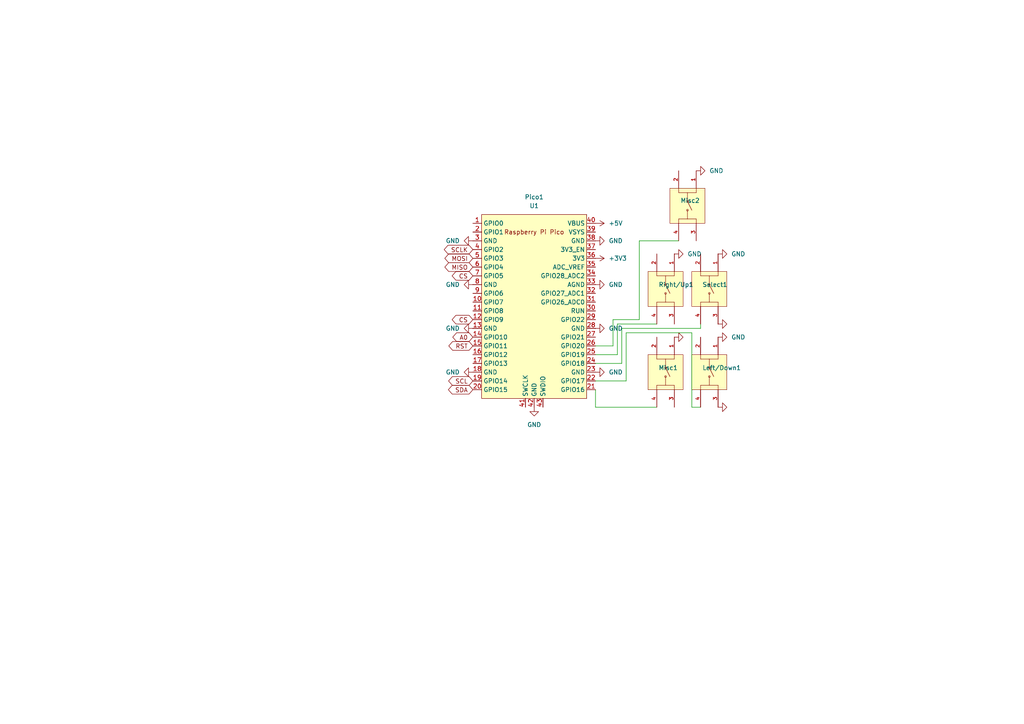
<source format=kicad_sch>
(kicad_sch (version 20231120) (generator "eeschema") (generator_version "8.0")
  (paper "A4")
  (lib_symbols
    (symbol "power:+3V3" (power) (pin_numbers hide) (pin_names (offset 0) hide)
      (property "Value" "+3V3" (at 0 3.556 0))
      (symbol "+3V3_0_1"
        (polyline (pts (xy -0.762 1.27) (xy 0 2.54)))
        (polyline (pts (xy 0 0) (xy 0 2.54)))
        (polyline (pts (xy 0 2.54) (xy 0.762 1.27)))
      )
      (symbol "+3V3_1_1"
        (pin power_in line (at 0 0 90) (length 0) (name "~") (number "1"))
      )
    )
    (symbol "power:+5V" (power) (pin_numbers hide) (pin_names (offset 0) hide)
      (property "Value" "+5V" (at 0 3.556 0))
      (symbol "+5V_0_1"
        (polyline (pts (xy -0.762 1.27) (xy 0 2.54)))
        (polyline (pts (xy 0 0) (xy 0 2.54)))
        (polyline (pts (xy 0 2.54) (xy 0.762 1.27)))
      )
      (symbol "+5V_1_1"
        (pin power_in line (at 0 0 90) (length 0) (name "~") (number "1"))
      )
    )
    (symbol "power:GND" (power) (pin_numbers hide) (pin_names (offset 0) hide)
      (property "Value" "GND" (at 0 -3.81 0))
      (symbol "GND_0_1"
        (polyline (pts (xy 0 0) (xy 0 -1.27) (xy 1.27 -1.27) (xy 0 -2.54) (xy -1.27 -1.27) (xy 0 -1.27)))
      )
      (symbol "GND_1_1"
        (pin power_in line (at 0 0 270) (length 0) (name "~") (number "1"))
      )
    )
    (symbol "ptpe_pcb:1825910-6" (pin_names (offset 1.016))
      (property "Reference" "SW" (at -1.778 3.048 0))
      (property "Value" "1825910-6" (at -5.588 5.842 0))
      (symbol "1825910-6_0_0"
        (rectangle (start -5.08 5.08) (end 5.08 -5.08) (stroke (width 0.127)) (fill (type background)))
        (circle (center -1.27 0) (radius 0.254) (stroke (width 0.127)))
        (polyline (pts (xy -5.08 2.54) (xy -3.81 2.54)) (stroke (width 0.127)))
        (polyline (pts (xy -3.81 -2.54) (xy -5.08 -2.54)) (stroke (width 0.127)))
        (polyline (pts (xy -3.81 0) (xy -3.81 -2.54)) (stroke (width 0.127)))
        (polyline (pts (xy -3.81 0) (xy -1.27 0)) (stroke (width 0.127)))
        (polyline (pts (xy -3.81 2.54) (xy -3.81 0)) (stroke (width 0.127)))
        (polyline (pts (xy 1.27 0) (xy 3.81 0)) (stroke (width 0.127)))
        (polyline (pts (xy 3.81 -2.54) (xy 5.08 -2.54)) (stroke (width 0.127)))
        (polyline (pts (xy 3.81 0) (xy 3.81 -2.54)) (stroke (width 0.127)))
        (polyline (pts (xy 3.81 0) (xy 3.81 2.54)) (stroke (width 0.127)))
        (polyline (pts (xy 3.81 2.54) (xy 5.08 2.54)) (stroke (width 0.127)))
        (circle (center 1.27 0) (radius 0.254) (stroke (width 0.127)))
        (pin passive line (at -10.16 2.54 0) (length 5.08) (name "~") (number "1"))
        (pin passive line (at -10.16 -2.54 0) (length 5.08) (name "~") (number "2"))
        (pin passive line (at 10.16 2.54 180) (length 5.08) (name "~") (number "3"))
        (pin passive line (at 10.16 -2.54 180) (length 5.08) (name "~") (number "4"))
      )
      (symbol "1825910-6_1_0"
        (polyline (pts (xy -1.27 0) (xy 1.27 1.27)))
      )
    )
    (symbol "ptpe_pcb:Pico"
      (property "Reference" "U" (at -13.97 27.94 0))
      (property "Value" "Pico" (at 0 19.05 0))
      (symbol "Pico_0_0"
        (text "Raspberry Pi Pico" (at 0 21.59 0) (effects (font (size 1.27 1.27))))
      )
      (symbol "Pico_0_1"
        (rectangle (start -15.24 26.67) (end 15.24 -26.67) (fill (type background)))
      )
      (symbol "Pico_1_1"
        (pin bidirectional line (at -17.78 24.13 0) (length 2.54) (name "GPIO0") (number "1"))
        (pin bidirectional line (at -17.78 1.27 0) (length 2.54) (name "GPIO7") (number "10"))
        (pin bidirectional line (at -17.78 -1.27 0) (length 2.54) (name "GPIO8") (number "11"))
        (pin bidirectional line (at -17.78 -3.81 0) (length 2.54) (name "GPIO9") (number "12"))
        (pin power_in line (at -17.78 -6.35 0) (length 2.54) (name "GND") (number "13"))
        (pin bidirectional line (at -17.78 -8.89 0) (length 2.54) (name "GPIO10") (number "14"))
        (pin bidirectional line (at -17.78 -11.43 0) (length 2.54) (name "GPIO11") (number "15"))
        (pin bidirectional line (at -17.78 -13.97 0) (length 2.54) (name "GPIO12") (number "16"))
        (pin bidirectional line (at -17.78 -16.51 0) (length 2.54) (name "GPIO13") (number "17"))
        (pin power_in line (at -17.78 -19.05 0) (length 2.54) (name "GND") (number "18"))
        (pin bidirectional line (at -17.78 -21.59 0) (length 2.54) (name "GPIO14") (number "19"))
        (pin bidirectional line (at -17.78 21.59 0) (length 2.54) (name "GPIO1") (number "2"))
        (pin bidirectional line (at -17.78 -24.13 0) (length 2.54) (name "GPIO15") (number "20"))
        (pin bidirectional line (at 17.78 -24.13 180) (length 2.54) (name "GPIO16") (number "21"))
        (pin bidirectional line (at 17.78 -21.59 180) (length 2.54) (name "GPIO17") (number "22"))
        (pin power_in line (at 17.78 -19.05 180) (length 2.54) (name "GND") (number "23"))
        (pin bidirectional line (at 17.78 -16.51 180) (length 2.54) (name "GPIO18") (number "24"))
        (pin bidirectional line (at 17.78 -13.97 180) (length 2.54) (name "GPIO19") (number "25"))
        (pin bidirectional line (at 17.78 -11.43 180) (length 2.54) (name "GPIO20") (number "26"))
        (pin bidirectional line (at 17.78 -8.89 180) (length 2.54) (name "GPIO21") (number "27"))
        (pin power_in line (at 17.78 -6.35 180) (length 2.54) (name "GND") (number "28"))
        (pin bidirectional line (at 17.78 -3.81 180) (length 2.54) (name "GPIO22") (number "29"))
        (pin power_in line (at -17.78 19.05 0) (length 2.54) (name "GND") (number "3"))
        (pin input line (at 17.78 -1.27 180) (length 2.54) (name "RUN") (number "30"))
        (pin bidirectional line (at 17.78 1.27 180) (length 2.54) (name "GPIO26_ADC0") (number "31"))
        (pin bidirectional line (at 17.78 3.81 180) (length 2.54) (name "GPIO27_ADC1") (number "32"))
        (pin power_in line (at 17.78 6.35 180) (length 2.54) (name "AGND") (number "33"))
        (pin bidirectional line (at 17.78 8.89 180) (length 2.54) (name "GPIO28_ADC2") (number "34"))
        (pin power_in line (at 17.78 11.43 180) (length 2.54) (name "ADC_VREF") (number "35"))
        (pin power_in line (at 17.78 13.97 180) (length 2.54) (name "3V3") (number "36"))
        (pin input line (at 17.78 16.51 180) (length 2.54) (name "3V3_EN") (number "37"))
        (pin bidirectional line (at 17.78 19.05 180) (length 2.54) (name "GND") (number "38"))
        (pin power_in line (at 17.78 21.59 180) (length 2.54) (name "VSYS") (number "39"))
        (pin bidirectional line (at -17.78 16.51 0) (length 2.54) (name "GPIO2") (number "4"))
        (pin power_in line (at 17.78 24.13 180) (length 2.54) (name "VBUS") (number "40"))
        (pin input line (at -2.54 -29.21 90) (length 2.54) (name "SWCLK") (number "41"))
        (pin power_in line (at 0 -29.21 90) (length 2.54) (name "GND") (number "42"))
        (pin bidirectional line (at 2.54 -29.21 90) (length 2.54) (name "SWDIO") (number "43"))
        (pin bidirectional line (at -17.78 13.97 0) (length 2.54) (name "GPIO3") (number "5"))
        (pin bidirectional line (at -17.78 11.43 0) (length 2.54) (name "GPIO4") (number "6"))
        (pin bidirectional line (at -17.78 8.89 0) (length 2.54) (name "GPIO5") (number "7"))
        (pin power_in line (at -17.78 6.35 0) (length 2.54) (name "GND") (number "8"))
        (pin bidirectional line (at -17.78 3.81 0) (length 2.54) (name "GPIO6") (number "9"))
      )
    )
  )
  (wire (pts (xy 181.61 110.49) (xy 172.72 110.49)))
  (wire (pts (xy 180.34 95.25) (xy 203.2 95.25)))
  (wire (pts (xy 203.2 95.25) (xy 203.2 93.98)))
  (wire (pts (xy 172.72 102.87) (xy 179.07 102.87)))
  (wire (pts (xy 179.07 93.98) (xy 190.5 93.98)))
  (wire (pts (xy 185.42 92.71) (xy 185.42 69.85)))
  (wire (pts (xy 200.66 96.52) (xy 200.66 118.11)))
  (wire (pts (xy 172.72 100.33) (xy 177.8 100.33)))
  (wire (pts (xy 181.61 96.52) (xy 181.61 110.49)))
  (wire (pts (xy 185.42 69.85) (xy 196.85 69.85)))
  (wire (pts (xy 172.72 118.11) (xy 172.72 113.03)))
  (wire (pts (xy 172.72 118.11) (xy 190.5 118.11)))
  (wire (pts (xy 177.8 100.33) (xy 177.8 92.71)))
  (wire (pts (xy 172.72 105.41) (xy 180.34 105.41)))
  (wire (pts (xy 179.07 102.87) (xy 179.07 93.98)))
  (wire (pts (xy 180.34 105.41) (xy 180.34 95.25)))
  (wire (pts (xy 203.2 118.11) (xy 200.66 118.11)))
  (wire (pts (xy 200.66 96.52) (xy 181.61 96.52)))
  (wire (pts (xy 177.8 92.71) (xy 185.42 92.71)))
  (global_label "RST" (shape bidirectional) (at 137.16 100.33 180) (property "Intersheetrefs" "${INTERSHEET_REFS}" (effects (hide yes))))
  (global_label "SCLK" (shape bidirectional) (at 137.16 72.39 180) (property "Intersheetrefs" "${INTERSHEET_REFS}" (effects (hide yes))))
  (global_label "MOSI" (shape bidirectional) (at 137.16 74.93 180) (property "Intersheetrefs" "${INTERSHEET_REFS}" (effects (hide yes))))
  (global_label "SCL" (shape bidirectional) (at 137.16 110.49 180) (property "Intersheetrefs" "${INTERSHEET_REFS}" (effects (hide yes))))
  (global_label "SDA" (shape bidirectional) (at 137.16 113.03 180) (property "Intersheetrefs" "${INTERSHEET_REFS}" (effects (hide yes))))
  (global_label "A0" (shape bidirectional) (at 137.16 97.79 180) (property "Intersheetrefs" "${INTERSHEET_REFS}" (effects (hide yes))))
  (global_label "CS" (shape bidirectional) (at 137.16 80.01 180) (property "Intersheetrefs" "${INTERSHEET_REFS}" (effects (hide yes))))
  (global_label "CS" (shape bidirectional) (at 137.16 92.71 180) (property "Intersheetrefs" "${INTERSHEET_REFS}" (effects (hide yes))))
  (global_label "MISO" (shape bidirectional) (at 137.16 77.47 180) (property "Intersheetrefs" "${INTERSHEET_REFS}" (effects (hide yes))))
  (symbol (lib_id "power:GND") (at 172.72 82.55 90) (unit 1)
    (property "Reference" "#PWR09" (effects (hide yes)))
    (property "Value" "GND" (at 176.53 82.5499 90) (effects (justify right)))
    (property "Description" "Power symbol creates a global label with name \"GND\" , ground" (effects (hide yes)))
  )
  (symbol (lib_id "power:+3V3") (at 172.72 74.93 270) (unit 1)
    (property "Reference" "#PWR05" (effects (hide yes)))
    (property "Value" "+3V3" (at 176.53 74.9299 90) (effects (justify left)))
    (property "Description" "Power symbol creates a global label with name \"+3V3\"" (effects (hide yes)))
  )
  (symbol (lib_id "power:GND") (at 154.94 118.11 0) (unit 1)
    (property "Reference" "#PWR015" (effects (hide yes)))
    (property "Value" "GND" (at 154.94 123.19 0))
    (property "Description" "Power symbol creates a global label with name \"GND\" , ground" (effects (hide yes)))
  )
  (symbol (lib_id "power:GND") (at 208.28 93.98 90) (unit 1)
    (property "Reference" "#PWR07" (effects (hide yes)))
    (property "Value" "GND" (effects (hide yes)))
    (property "Description" "Power symbol creates a global label with name \"GND\" , ground" (effects (hide yes)))
  )
  (symbol (lib_id "power:GND") (at 137.16 69.85 270) (unit 1)
    (property "Reference" "#PWR011" (effects (hide yes)))
    (property "Value" "GND" (at 133.35 69.8499 90) (effects (justify right)))
    (property "Description" "Power symbol creates a global label with name \"GND\" , ground" (effects (hide yes)))
  )
  (symbol (lib_id "power:GND") (at 172.72 69.85 90) (unit 1)
    (property "Reference" "#PWR010" (effects (hide yes)))
    (property "Value" "GND" (at 176.53 69.8499 90) (effects (justify right)))
    (property "Description" "Power symbol creates a global label with name \"GND\" , ground" (effects (hide yes)))
  )
  (symbol (lib_id "ptpe_pcb:Pico") (at 154.94 88.9 0) (unit 1)
    (property "Reference" "Pico1" (at 154.94 57.15 0))
    (property "Value" "U1" (at 154.94 59.69 0))
    (property "Footprint" "ptpe_pcb:RPi_Pico_SMD" (effects (hide yes)))
  )
  (symbol (lib_id "power:GND") (at 137.16 82.55 270) (unit 1)
    (property "Reference" "#PWR012" (effects (hide yes)))
    (property "Value" "GND" (at 133.35 82.5499 90) (effects (justify right)))
    (property "Description" "Power symbol creates a global label with name \"GND\" , ground" (effects (hide yes)))
  )
  (symbol (lib_id "power:GND") (at 195.58 97.79 90) (unit 1)
    (property "Reference" "#PWR020" (effects (hide yes)))
    (property "Value" "GND" (effects (hide yes)))
    (property "Description" "Power symbol creates a global label with name \"GND\" , ground" (effects (hide yes)))
  )
  (symbol (lib_id "power:GND") (at 172.72 95.25 90) (unit 1)
    (property "Reference" "#PWR08" (effects (hide yes)))
    (property "Value" "GND" (at 176.53 95.2499 90) (effects (justify right)))
    (property "Description" "Power symbol creates a global label with name \"GND\" , ground" (effects (hide yes)))
  )
  (symbol (lib_id "power:GND") (at 208.28 118.11 90) (unit 1)
    (property "Reference" "#PWR017" (effects (hide yes)))
    (property "Value" "GND" (effects (hide yes)))
    (property "Description" "Power symbol creates a global label with name \"GND\" , ground" (effects (hide yes)))
  )
  (symbol (lib_id "ptpe_pcb:1825910-6") (at 205.74 83.82 270) (unit 1)
    (property "Reference" "Select1" (at 203.708 82.55 90) (effects (justify left)))
    (property "Value" "1825910-6" (effects (hide yes)))
    (property "Footprint" "ptpe_pcb:SW_1825910-6-4" (effects (hide yes)))
  )
  (symbol (lib_id "ptpe_pcb:1825910-6") (at 193.04 107.95 270) (unit 1)
    (property "Reference" "Misc1" (at 191.008 106.68 90) (effects (justify left)))
    (property "Value" "1825910-6" (effects (hide yes)))
    (property "Footprint" "ptpe_pcb:SW_1825910-6-4" (effects (hide yes)))
  )
  (symbol (lib_id "power:+5V") (at 172.72 64.77 270) (unit 1)
    (property "Reference" "#PWR01" (effects (hide yes)))
    (property "Value" "+5V" (at 176.53 64.7699 90) (effects (justify left)))
    (property "Description" "Power symbol creates a global label with name \"+5V\"" (effects (hide yes)))
  )
  (symbol (lib_id "ptpe_pcb:1825910-6") (at 193.04 83.82 270) (unit 1)
    (property "Reference" "Right/Up1" (at 191.008 82.55 90) (effects (justify left)))
    (property "Value" "1825910-6" (effects (hide yes)))
    (property "Footprint" "ptpe_pcb:SW_1825910-6-4" (effects (hide yes)))
  )
  (symbol (lib_id "power:GND") (at 137.16 107.95 270) (unit 1)
    (property "Reference" "#PWR014" (effects (hide yes)))
    (property "Value" "GND" (at 133.35 107.9499 90) (effects (justify right)))
    (property "Description" "Power symbol creates a global label with name \"GND\" , ground" (effects (hide yes)))
  )
  (symbol (lib_id "power:GND") (at 208.28 97.79 90) (unit 1)
    (property "Reference" "#PWR016" (effects (hide yes)))
    (property "Value" "GND" (at 212.09 97.7899 90) (effects (justify right)))
    (property "Description" "Power symbol creates a global label with name \"GND\" , ground" (effects (hide yes)))
  )
  (symbol (lib_id "ptpe_pcb:1825910-6") (at 199.39 59.69 270) (unit 1)
    (property "Reference" "Misc2" (at 197.358 58.166 90) (effects (justify left)))
    (property "Value" "1825910-6" (effects (hide yes)))
    (property "Footprint" "ptpe_pcb:SW_1825910-6-4" (effects (hide yes)))
  )
  (symbol (lib_id "power:GND") (at 137.16 95.25 270) (unit 1)
    (property "Reference" "#PWR013" (effects (hide yes)))
    (property "Value" "GND" (at 133.35 95.2499 90) (effects (justify right)))
    (property "Description" "Power symbol creates a global label with name \"GND\" , ground" (effects (hide yes)))
  )
  (symbol (lib_id "ptpe_pcb:1825910-6") (at 205.74 107.95 270) (unit 1)
    (property "Reference" "Left/Down1" (at 203.708 106.68 90) (effects (justify left)))
    (property "Value" "1825910-6" (effects (hide yes)))
    (property "Footprint" "ptpe_pcb:SW_1825910-6-4" (effects (hide yes)))
  )
  (symbol (lib_id "power:GND") (at 172.72 107.95 90) (unit 1)
    (property "Reference" "#PWR02" (effects (hide yes)))
    (property "Value" "GND" (at 176.53 107.9499 90) (effects (justify right)))
    (property "Description" "Power symbol creates a global label with name \"GND\" , ground" (effects (hide yes)))
  )
  (symbol (lib_id "power:GND") (at 195.58 73.66 90) (unit 1)
    (property "Reference" "#PWR022" (effects (hide yes)))
    (property "Value" "GND" (at 199.39 73.6599 90) (effects (justify right)))
    (property "Description" "Power symbol creates a global label with name \"GND\" , ground" (effects (hide yes)))
  )
  (symbol (lib_id "power:GND") (at 208.28 73.66 90) (unit 1)
    (property "Reference" "#PWR06" (effects (hide yes)))
    (property "Value" "GND" (at 212.09 73.6599 90) (effects (justify right)))
    (property "Description" "Power symbol creates a global label with name \"GND\" , ground" (effects (hide yes)))
  )
  (symbol (lib_id "power:GND") (at 201.93 49.53 90) (unit 1)
    (property "Reference" "#PWR04" (effects (hide yes)))
    (property "Value" "GND" (at 205.74 49.5299 90) (effects (justify right)))
    (property "Description" "Power symbol creates a global label with name \"GND\" , ground" (effects (hide yes)))
  )
)
</source>
